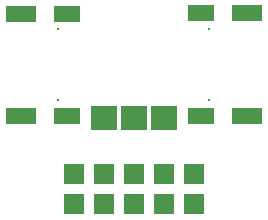
<source format=gbs>
G04*
G04 #@! TF.GenerationSoftware,Altium Limited,Altium Designer,18.1.7 (191)*
G04*
G04 Layer_Color=16711935*
%FSLAX44Y44*%
%MOMM*%
G71*
G01*
G75*
%ADD18R,1.8032X1.8032*%
%ADD19R,2.2032X2.0032*%
%ADD20C,0.2032*%
%ADD21R,2.2032X1.4032*%
%ADD22R,2.5032X1.4032*%
D18*
X1189200Y337700D02*
D03*
X1214600D02*
D03*
X1240000D02*
D03*
X1265400D02*
D03*
X1290800D02*
D03*
Y312300D02*
D03*
X1265400D02*
D03*
X1240000D02*
D03*
X1214600D02*
D03*
X1189200D02*
D03*
D19*
X1265400Y385000D02*
D03*
X1240000D02*
D03*
X1214600D02*
D03*
D20*
X1304000Y460410D02*
D03*
Y400410D02*
D03*
X1176000Y400410D02*
D03*
Y460410D02*
D03*
D21*
X1296830Y473710D02*
D03*
Y387210D02*
D03*
X1183170Y387110D02*
D03*
Y473610D02*
D03*
D22*
X1335430Y473710D02*
D03*
Y387210D02*
D03*
X1144570Y387110D02*
D03*
Y473610D02*
D03*
M02*

</source>
